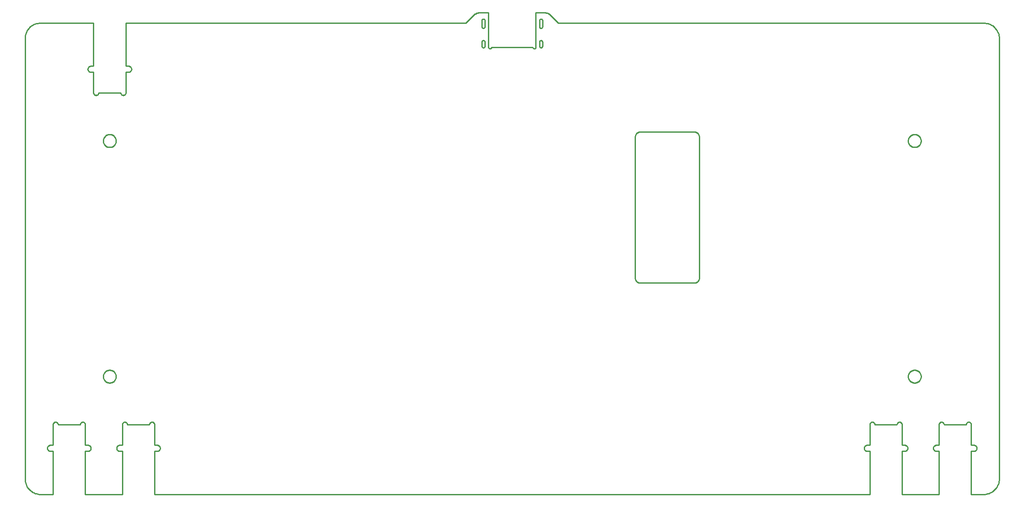
<source format=gbr>
G04 EAGLE Gerber RS-274X export*
G75*
%MOMM*%
%FSLAX34Y34*%
%LPD*%
%IN*%
%IPPOS*%
%AMOC8*
5,1,8,0,0,1.08239X$1,22.5*%
G01*
%ADD10C,0.254000*%


D10*
X-950000Y-430000D02*
X-949886Y-432615D01*
X-949544Y-435209D01*
X-948978Y-437765D01*
X-948191Y-440261D01*
X-947189Y-442679D01*
X-945981Y-445000D01*
X-944575Y-447207D01*
X-942981Y-449284D01*
X-941213Y-451213D01*
X-939284Y-452981D01*
X-937207Y-454575D01*
X-935000Y-455981D01*
X-932679Y-457189D01*
X-930261Y-458191D01*
X-927765Y-458978D01*
X-925209Y-459544D01*
X-922615Y-459886D01*
X-920000Y-460000D01*
X-895500Y-460000D01*
X-895500Y-376000D01*
X-900500Y-376000D01*
X-901023Y-375977D01*
X-901542Y-375909D01*
X-902053Y-375796D01*
X-902552Y-375638D01*
X-903036Y-375438D01*
X-903500Y-375196D01*
X-903941Y-374915D01*
X-904357Y-374596D01*
X-904743Y-374243D01*
X-905096Y-373857D01*
X-905415Y-373441D01*
X-905696Y-373000D01*
X-905938Y-372536D01*
X-906138Y-372052D01*
X-906296Y-371553D01*
X-906409Y-371042D01*
X-906477Y-370523D01*
X-906500Y-370000D01*
X-906477Y-369477D01*
X-906409Y-368958D01*
X-906296Y-368447D01*
X-906138Y-367948D01*
X-905938Y-367464D01*
X-905696Y-367000D01*
X-905415Y-366559D01*
X-905096Y-366143D01*
X-904743Y-365757D01*
X-904357Y-365404D01*
X-903941Y-365085D01*
X-903500Y-364804D01*
X-903036Y-364562D01*
X-902552Y-364362D01*
X-902053Y-364204D01*
X-901542Y-364091D01*
X-901023Y-364023D01*
X-900500Y-364000D01*
X-895500Y-364000D01*
X-895500Y-324000D01*
X-895481Y-323564D01*
X-895424Y-323132D01*
X-895330Y-322706D01*
X-895198Y-322290D01*
X-895032Y-321887D01*
X-894830Y-321500D01*
X-894596Y-321132D01*
X-894330Y-320786D01*
X-894036Y-320464D01*
X-893714Y-320170D01*
X-893368Y-319904D01*
X-893000Y-319670D01*
X-892613Y-319468D01*
X-892210Y-319302D01*
X-891794Y-319170D01*
X-891368Y-319076D01*
X-890936Y-319019D01*
X-890500Y-319000D01*
X-890064Y-319019D01*
X-889632Y-319076D01*
X-889206Y-319170D01*
X-888790Y-319302D01*
X-888387Y-319468D01*
X-888000Y-319670D01*
X-887632Y-319904D01*
X-887286Y-320170D01*
X-886964Y-320464D01*
X-886670Y-320786D01*
X-886404Y-321132D01*
X-886170Y-321500D01*
X-885968Y-321887D01*
X-885802Y-322290D01*
X-885670Y-322706D01*
X-885576Y-323132D01*
X-885519Y-323564D01*
X-885500Y-324000D01*
X-842500Y-324000D01*
X-842481Y-323564D01*
X-842424Y-323132D01*
X-842330Y-322706D01*
X-842198Y-322290D01*
X-842032Y-321887D01*
X-841830Y-321500D01*
X-841596Y-321132D01*
X-841330Y-320786D01*
X-841036Y-320464D01*
X-840714Y-320170D01*
X-840368Y-319904D01*
X-840000Y-319670D01*
X-839613Y-319468D01*
X-839210Y-319302D01*
X-838794Y-319170D01*
X-838368Y-319076D01*
X-837936Y-319019D01*
X-837500Y-319000D01*
X-837064Y-319019D01*
X-836632Y-319076D01*
X-836206Y-319170D01*
X-835790Y-319302D01*
X-835387Y-319468D01*
X-835000Y-319670D01*
X-834632Y-319904D01*
X-834286Y-320170D01*
X-833964Y-320464D01*
X-833670Y-320786D01*
X-833404Y-321132D01*
X-833170Y-321500D01*
X-832968Y-321887D01*
X-832802Y-322290D01*
X-832670Y-322706D01*
X-832576Y-323132D01*
X-832519Y-323564D01*
X-832500Y-324000D01*
X-832500Y-364000D01*
X-827500Y-364000D01*
X-826977Y-364023D01*
X-826458Y-364091D01*
X-825947Y-364204D01*
X-825448Y-364362D01*
X-824964Y-364562D01*
X-824500Y-364804D01*
X-824059Y-365085D01*
X-823643Y-365404D01*
X-823257Y-365757D01*
X-822904Y-366143D01*
X-822585Y-366559D01*
X-822304Y-367000D01*
X-822062Y-367464D01*
X-821862Y-367948D01*
X-821704Y-368447D01*
X-821591Y-368958D01*
X-821523Y-369477D01*
X-821500Y-370000D01*
X-821523Y-370523D01*
X-821591Y-371042D01*
X-821704Y-371553D01*
X-821862Y-372052D01*
X-822062Y-372536D01*
X-822304Y-373000D01*
X-822585Y-373441D01*
X-822904Y-373857D01*
X-823257Y-374243D01*
X-823643Y-374596D01*
X-824059Y-374915D01*
X-824500Y-375196D01*
X-824964Y-375438D01*
X-825448Y-375638D01*
X-825947Y-375796D01*
X-826458Y-375909D01*
X-826977Y-375977D01*
X-827500Y-376000D01*
X-832500Y-376000D01*
X-832500Y-460000D01*
X-760500Y-460000D01*
X-760500Y-376000D01*
X-765500Y-376000D01*
X-766023Y-375977D01*
X-766542Y-375909D01*
X-767053Y-375796D01*
X-767552Y-375638D01*
X-768036Y-375438D01*
X-768500Y-375196D01*
X-768941Y-374915D01*
X-769357Y-374596D01*
X-769743Y-374243D01*
X-770096Y-373857D01*
X-770415Y-373441D01*
X-770696Y-373000D01*
X-770938Y-372536D01*
X-771138Y-372052D01*
X-771296Y-371553D01*
X-771409Y-371042D01*
X-771477Y-370523D01*
X-771500Y-370000D01*
X-771477Y-369477D01*
X-771409Y-368958D01*
X-771296Y-368447D01*
X-771138Y-367948D01*
X-770938Y-367464D01*
X-770696Y-367000D01*
X-770415Y-366559D01*
X-770096Y-366143D01*
X-769743Y-365757D01*
X-769357Y-365404D01*
X-768941Y-365085D01*
X-768500Y-364804D01*
X-768036Y-364562D01*
X-767552Y-364362D01*
X-767053Y-364204D01*
X-766542Y-364091D01*
X-766023Y-364023D01*
X-765500Y-364000D01*
X-760500Y-364000D01*
X-760500Y-324000D01*
X-760481Y-323564D01*
X-760424Y-323132D01*
X-760330Y-322706D01*
X-760198Y-322290D01*
X-760032Y-321887D01*
X-759830Y-321500D01*
X-759596Y-321132D01*
X-759330Y-320786D01*
X-759036Y-320464D01*
X-758714Y-320170D01*
X-758368Y-319904D01*
X-758000Y-319670D01*
X-757613Y-319468D01*
X-757210Y-319302D01*
X-756794Y-319170D01*
X-756368Y-319076D01*
X-755936Y-319019D01*
X-755500Y-319000D01*
X-755064Y-319019D01*
X-754632Y-319076D01*
X-754206Y-319170D01*
X-753790Y-319302D01*
X-753387Y-319468D01*
X-753000Y-319670D01*
X-752632Y-319904D01*
X-752286Y-320170D01*
X-751964Y-320464D01*
X-751670Y-320786D01*
X-751404Y-321132D01*
X-751170Y-321500D01*
X-750968Y-321887D01*
X-750802Y-322290D01*
X-750670Y-322706D01*
X-750576Y-323132D01*
X-750519Y-323564D01*
X-750500Y-324000D01*
X-707500Y-324000D01*
X-707481Y-323564D01*
X-707424Y-323132D01*
X-707330Y-322706D01*
X-707198Y-322290D01*
X-707032Y-321887D01*
X-706830Y-321500D01*
X-706596Y-321132D01*
X-706330Y-320786D01*
X-706036Y-320464D01*
X-705714Y-320170D01*
X-705368Y-319904D01*
X-705000Y-319670D01*
X-704613Y-319468D01*
X-704210Y-319302D01*
X-703794Y-319170D01*
X-703368Y-319076D01*
X-702936Y-319019D01*
X-702500Y-319000D01*
X-702064Y-319019D01*
X-701632Y-319076D01*
X-701206Y-319170D01*
X-700790Y-319302D01*
X-700387Y-319468D01*
X-700000Y-319670D01*
X-699632Y-319904D01*
X-699286Y-320170D01*
X-698964Y-320464D01*
X-698670Y-320786D01*
X-698404Y-321132D01*
X-698170Y-321500D01*
X-697968Y-321887D01*
X-697802Y-322290D01*
X-697670Y-322706D01*
X-697576Y-323132D01*
X-697519Y-323564D01*
X-697500Y-324000D01*
X-697500Y-364000D01*
X-692500Y-364000D01*
X-691977Y-364023D01*
X-691458Y-364091D01*
X-690947Y-364204D01*
X-690448Y-364362D01*
X-689964Y-364562D01*
X-689500Y-364804D01*
X-689059Y-365085D01*
X-688643Y-365404D01*
X-688257Y-365757D01*
X-687904Y-366143D01*
X-687585Y-366559D01*
X-687304Y-367000D01*
X-687062Y-367464D01*
X-686862Y-367948D01*
X-686704Y-368447D01*
X-686591Y-368958D01*
X-686523Y-369477D01*
X-686500Y-370000D01*
X-686523Y-370523D01*
X-686591Y-371042D01*
X-686704Y-371553D01*
X-686862Y-372052D01*
X-687062Y-372536D01*
X-687304Y-373000D01*
X-687585Y-373441D01*
X-687904Y-373857D01*
X-688257Y-374243D01*
X-688643Y-374596D01*
X-689059Y-374915D01*
X-689500Y-375196D01*
X-689964Y-375438D01*
X-690448Y-375638D01*
X-690947Y-375796D01*
X-691458Y-375909D01*
X-691977Y-375977D01*
X-692500Y-376000D01*
X-697500Y-376000D01*
X-697500Y-460000D01*
X697500Y-460000D01*
X697500Y-376000D01*
X692500Y-376000D01*
X691977Y-375977D01*
X691458Y-375909D01*
X690947Y-375796D01*
X690448Y-375638D01*
X689964Y-375438D01*
X689500Y-375196D01*
X689059Y-374915D01*
X688643Y-374596D01*
X688257Y-374243D01*
X687904Y-373857D01*
X687585Y-373441D01*
X687304Y-373000D01*
X687062Y-372536D01*
X686862Y-372052D01*
X686704Y-371553D01*
X686591Y-371042D01*
X686523Y-370523D01*
X686500Y-370000D01*
X686523Y-369477D01*
X686591Y-368958D01*
X686704Y-368447D01*
X686862Y-367948D01*
X687062Y-367464D01*
X687304Y-367000D01*
X687585Y-366559D01*
X687904Y-366143D01*
X688257Y-365757D01*
X688643Y-365404D01*
X689059Y-365085D01*
X689500Y-364804D01*
X689964Y-364562D01*
X690448Y-364362D01*
X690947Y-364204D01*
X691458Y-364091D01*
X691977Y-364023D01*
X692500Y-364000D01*
X697500Y-364000D01*
X697500Y-324000D01*
X697519Y-323564D01*
X697576Y-323132D01*
X697670Y-322706D01*
X697802Y-322290D01*
X697968Y-321887D01*
X698170Y-321500D01*
X698404Y-321132D01*
X698670Y-320786D01*
X698964Y-320464D01*
X699286Y-320170D01*
X699632Y-319904D01*
X700000Y-319670D01*
X700387Y-319468D01*
X700790Y-319302D01*
X701206Y-319170D01*
X701632Y-319076D01*
X702064Y-319019D01*
X702500Y-319000D01*
X702936Y-319019D01*
X703368Y-319076D01*
X703794Y-319170D01*
X704210Y-319302D01*
X704613Y-319468D01*
X705000Y-319670D01*
X705368Y-319904D01*
X705714Y-320170D01*
X706036Y-320464D01*
X706330Y-320786D01*
X706596Y-321132D01*
X706830Y-321500D01*
X707032Y-321887D01*
X707198Y-322290D01*
X707330Y-322706D01*
X707424Y-323132D01*
X707481Y-323564D01*
X707500Y-324000D01*
X750500Y-324000D01*
X750519Y-323564D01*
X750576Y-323132D01*
X750670Y-322706D01*
X750802Y-322290D01*
X750968Y-321887D01*
X751170Y-321500D01*
X751404Y-321132D01*
X751670Y-320786D01*
X751964Y-320464D01*
X752286Y-320170D01*
X752632Y-319904D01*
X753000Y-319670D01*
X753387Y-319468D01*
X753790Y-319302D01*
X754206Y-319170D01*
X754632Y-319076D01*
X755064Y-319019D01*
X755500Y-319000D01*
X755936Y-319019D01*
X756368Y-319076D01*
X756794Y-319170D01*
X757210Y-319302D01*
X757613Y-319468D01*
X758000Y-319670D01*
X758368Y-319904D01*
X758714Y-320170D01*
X759036Y-320464D01*
X759330Y-320786D01*
X759596Y-321132D01*
X759830Y-321500D01*
X760032Y-321887D01*
X760198Y-322290D01*
X760330Y-322706D01*
X760424Y-323132D01*
X760481Y-323564D01*
X760500Y-324000D01*
X760500Y-364000D01*
X765500Y-364000D01*
X766023Y-364023D01*
X766542Y-364091D01*
X767053Y-364204D01*
X767552Y-364362D01*
X768036Y-364562D01*
X768500Y-364804D01*
X768941Y-365085D01*
X769357Y-365404D01*
X769743Y-365757D01*
X770096Y-366143D01*
X770415Y-366559D01*
X770696Y-367000D01*
X770938Y-367464D01*
X771138Y-367948D01*
X771296Y-368447D01*
X771409Y-368958D01*
X771477Y-369477D01*
X771500Y-370000D01*
X771477Y-370523D01*
X771409Y-371042D01*
X771296Y-371553D01*
X771138Y-372052D01*
X770938Y-372536D01*
X770696Y-373000D01*
X770415Y-373441D01*
X770096Y-373857D01*
X769743Y-374243D01*
X769357Y-374596D01*
X768941Y-374915D01*
X768500Y-375196D01*
X768036Y-375438D01*
X767552Y-375638D01*
X767053Y-375796D01*
X766542Y-375909D01*
X766023Y-375977D01*
X765500Y-376000D01*
X760500Y-376000D01*
X760500Y-460000D01*
X832500Y-460000D01*
X832500Y-376000D01*
X827500Y-376000D01*
X826977Y-375977D01*
X826458Y-375909D01*
X825947Y-375796D01*
X825448Y-375638D01*
X824964Y-375438D01*
X824500Y-375196D01*
X824059Y-374915D01*
X823643Y-374596D01*
X823257Y-374243D01*
X822904Y-373857D01*
X822585Y-373441D01*
X822304Y-373000D01*
X822062Y-372536D01*
X821862Y-372052D01*
X821704Y-371553D01*
X821591Y-371042D01*
X821523Y-370523D01*
X821500Y-370000D01*
X821523Y-369477D01*
X821591Y-368958D01*
X821704Y-368447D01*
X821862Y-367948D01*
X822062Y-367464D01*
X822304Y-367000D01*
X822585Y-366559D01*
X822904Y-366143D01*
X823257Y-365757D01*
X823643Y-365404D01*
X824059Y-365085D01*
X824500Y-364804D01*
X824964Y-364562D01*
X825448Y-364362D01*
X825947Y-364204D01*
X826458Y-364091D01*
X826977Y-364023D01*
X827500Y-364000D01*
X832500Y-364000D01*
X832500Y-324000D01*
X832519Y-323564D01*
X832576Y-323132D01*
X832670Y-322706D01*
X832802Y-322290D01*
X832968Y-321887D01*
X833170Y-321500D01*
X833404Y-321132D01*
X833670Y-320786D01*
X833964Y-320464D01*
X834286Y-320170D01*
X834632Y-319904D01*
X835000Y-319670D01*
X835387Y-319468D01*
X835790Y-319302D01*
X836206Y-319170D01*
X836632Y-319076D01*
X837064Y-319019D01*
X837500Y-319000D01*
X837936Y-319019D01*
X838368Y-319076D01*
X838794Y-319170D01*
X839210Y-319302D01*
X839613Y-319468D01*
X840000Y-319670D01*
X840368Y-319904D01*
X840714Y-320170D01*
X841036Y-320464D01*
X841330Y-320786D01*
X841596Y-321132D01*
X841830Y-321500D01*
X842032Y-321887D01*
X842198Y-322290D01*
X842330Y-322706D01*
X842424Y-323132D01*
X842481Y-323564D01*
X842500Y-324000D01*
X885500Y-324000D01*
X885519Y-323564D01*
X885576Y-323132D01*
X885670Y-322706D01*
X885802Y-322290D01*
X885968Y-321887D01*
X886170Y-321500D01*
X886404Y-321132D01*
X886670Y-320786D01*
X886964Y-320464D01*
X887286Y-320170D01*
X887632Y-319904D01*
X888000Y-319670D01*
X888387Y-319468D01*
X888790Y-319302D01*
X889206Y-319170D01*
X889632Y-319076D01*
X890064Y-319019D01*
X890500Y-319000D01*
X890936Y-319019D01*
X891368Y-319076D01*
X891794Y-319170D01*
X892210Y-319302D01*
X892613Y-319468D01*
X893000Y-319670D01*
X893368Y-319904D01*
X893714Y-320170D01*
X894036Y-320464D01*
X894330Y-320786D01*
X894596Y-321132D01*
X894830Y-321500D01*
X895032Y-321887D01*
X895198Y-322290D01*
X895330Y-322706D01*
X895424Y-323132D01*
X895481Y-323564D01*
X895500Y-324000D01*
X895500Y-364000D01*
X900500Y-364000D01*
X901023Y-364023D01*
X901542Y-364091D01*
X902053Y-364204D01*
X902552Y-364362D01*
X903036Y-364562D01*
X903500Y-364804D01*
X903941Y-365085D01*
X904357Y-365404D01*
X904743Y-365757D01*
X905096Y-366143D01*
X905415Y-366559D01*
X905696Y-367000D01*
X905938Y-367464D01*
X906138Y-367948D01*
X906296Y-368447D01*
X906409Y-368958D01*
X906477Y-369477D01*
X906500Y-370000D01*
X906477Y-370523D01*
X906409Y-371042D01*
X906296Y-371553D01*
X906138Y-372052D01*
X905938Y-372536D01*
X905696Y-373000D01*
X905415Y-373441D01*
X905096Y-373857D01*
X904743Y-374243D01*
X904357Y-374596D01*
X903941Y-374915D01*
X903500Y-375196D01*
X903036Y-375438D01*
X902552Y-375638D01*
X902053Y-375796D01*
X901542Y-375909D01*
X901023Y-375977D01*
X900500Y-376000D01*
X895500Y-376000D01*
X895500Y-460000D01*
X920000Y-460000D01*
X922615Y-459886D01*
X925209Y-459544D01*
X927765Y-458978D01*
X930261Y-458191D01*
X932679Y-457189D01*
X935000Y-455981D01*
X937207Y-454575D01*
X939284Y-452981D01*
X941213Y-451213D01*
X942981Y-449284D01*
X944575Y-447207D01*
X945981Y-445000D01*
X947189Y-442679D01*
X948191Y-440261D01*
X948978Y-437765D01*
X949544Y-435209D01*
X949886Y-432615D01*
X950000Y-430000D01*
X950000Y430000D01*
X949886Y432615D01*
X949544Y435209D01*
X948978Y437765D01*
X948191Y440261D01*
X947189Y442679D01*
X945981Y445000D01*
X944575Y447207D01*
X942981Y449284D01*
X941213Y451213D01*
X939284Y452981D01*
X937207Y454575D01*
X935000Y455981D01*
X932679Y457189D01*
X930261Y458191D01*
X927765Y458978D01*
X925209Y459544D01*
X922615Y459886D01*
X920000Y460000D01*
X90000Y460000D01*
X74121Y475879D01*
X73216Y476708D01*
X72242Y477455D01*
X71207Y478115D01*
X70118Y478682D01*
X68984Y479151D01*
X67813Y479521D01*
X66615Y479786D01*
X65398Y479946D01*
X64172Y480000D01*
X46200Y480000D01*
X46200Y413000D01*
X46191Y412736D01*
X46158Y412475D01*
X46103Y412217D01*
X46026Y411965D01*
X45927Y411720D01*
X45807Y411485D01*
X45667Y411262D01*
X45508Y411051D01*
X45331Y410856D01*
X45138Y410676D01*
X44930Y410514D01*
X44709Y410370D01*
X44476Y410247D01*
X44233Y410144D01*
X43982Y410063D01*
X43725Y410004D01*
X43464Y409967D01*
X43200Y409954D01*
X42937Y409967D01*
X42676Y410004D01*
X42419Y410063D01*
X42168Y410144D01*
X41925Y410247D01*
X41692Y410370D01*
X41471Y410514D01*
X41263Y410676D01*
X41070Y410856D01*
X40893Y411051D01*
X40734Y411262D01*
X40594Y411485D01*
X40474Y411720D01*
X40375Y411965D01*
X40298Y412217D01*
X40243Y412475D01*
X40210Y412736D01*
X40201Y413000D01*
X-40201Y413000D01*
X-40210Y412736D01*
X-40243Y412475D01*
X-40298Y412217D01*
X-40375Y411965D01*
X-40474Y411720D01*
X-40594Y411485D01*
X-40734Y411262D01*
X-40893Y411051D01*
X-41070Y410856D01*
X-41263Y410676D01*
X-41471Y410514D01*
X-41692Y410370D01*
X-41925Y410247D01*
X-42168Y410144D01*
X-42419Y410063D01*
X-42676Y410004D01*
X-42937Y409967D01*
X-43200Y409954D01*
X-43464Y409967D01*
X-43725Y410004D01*
X-43982Y410063D01*
X-44233Y410144D01*
X-44476Y410247D01*
X-44709Y410370D01*
X-44930Y410514D01*
X-45138Y410676D01*
X-45331Y410856D01*
X-45508Y411051D01*
X-45667Y411262D01*
X-45807Y411485D01*
X-45927Y411720D01*
X-46026Y411965D01*
X-46103Y412217D01*
X-46158Y412475D01*
X-46191Y412736D01*
X-46200Y413000D01*
X-46200Y480000D01*
X-64172Y480000D01*
X-65398Y479946D01*
X-66615Y479786D01*
X-67813Y479521D01*
X-68984Y479151D01*
X-70118Y478682D01*
X-71207Y478115D01*
X-72242Y477455D01*
X-73216Y476708D01*
X-74121Y475879D01*
X-90000Y460000D01*
X-753500Y460000D01*
X-753500Y376000D01*
X-748500Y376000D01*
X-747977Y375977D01*
X-747458Y375909D01*
X-746947Y375796D01*
X-746448Y375638D01*
X-745964Y375438D01*
X-745500Y375196D01*
X-745059Y374915D01*
X-744643Y374596D01*
X-744257Y374243D01*
X-743904Y373857D01*
X-743585Y373441D01*
X-743304Y373000D01*
X-743062Y372536D01*
X-742862Y372052D01*
X-742704Y371553D01*
X-742591Y371042D01*
X-742523Y370523D01*
X-742500Y370000D01*
X-742523Y369477D01*
X-742591Y368958D01*
X-742704Y368447D01*
X-742862Y367948D01*
X-743062Y367464D01*
X-743304Y367000D01*
X-743585Y366559D01*
X-743904Y366143D01*
X-744257Y365757D01*
X-744643Y365404D01*
X-745059Y365085D01*
X-745500Y364804D01*
X-745964Y364562D01*
X-746448Y364362D01*
X-746947Y364204D01*
X-747458Y364091D01*
X-747977Y364023D01*
X-748500Y364000D01*
X-753500Y364000D01*
X-753500Y324000D01*
X-753519Y323564D01*
X-753576Y323132D01*
X-753670Y322706D01*
X-753802Y322290D01*
X-753968Y321887D01*
X-754170Y321500D01*
X-754404Y321132D01*
X-754670Y320786D01*
X-754964Y320464D01*
X-755286Y320170D01*
X-755632Y319904D01*
X-756000Y319670D01*
X-756387Y319468D01*
X-756790Y319302D01*
X-757206Y319170D01*
X-757632Y319076D01*
X-758064Y319019D01*
X-758500Y319000D01*
X-758936Y319019D01*
X-759368Y319076D01*
X-759794Y319170D01*
X-760210Y319302D01*
X-760613Y319468D01*
X-761000Y319670D01*
X-761368Y319904D01*
X-761714Y320170D01*
X-762036Y320464D01*
X-762330Y320786D01*
X-762596Y321132D01*
X-762830Y321500D01*
X-763032Y321887D01*
X-763198Y322290D01*
X-763330Y322706D01*
X-763424Y323132D01*
X-763481Y323564D01*
X-763500Y324000D01*
X-806500Y324000D01*
X-806519Y323564D01*
X-806576Y323132D01*
X-806670Y322706D01*
X-806802Y322290D01*
X-806968Y321887D01*
X-807170Y321500D01*
X-807404Y321132D01*
X-807670Y320786D01*
X-807964Y320464D01*
X-808286Y320170D01*
X-808632Y319904D01*
X-809000Y319670D01*
X-809387Y319468D01*
X-809790Y319302D01*
X-810206Y319170D01*
X-810632Y319076D01*
X-811064Y319019D01*
X-811500Y319000D01*
X-811936Y319019D01*
X-812368Y319076D01*
X-812794Y319170D01*
X-813210Y319302D01*
X-813613Y319468D01*
X-814000Y319670D01*
X-814368Y319904D01*
X-814714Y320170D01*
X-815036Y320464D01*
X-815330Y320786D01*
X-815596Y321132D01*
X-815830Y321500D01*
X-816032Y321887D01*
X-816198Y322290D01*
X-816330Y322706D01*
X-816424Y323132D01*
X-816481Y323564D01*
X-816500Y324000D01*
X-816500Y364000D01*
X-821500Y364000D01*
X-822023Y364023D01*
X-822542Y364091D01*
X-823053Y364204D01*
X-823552Y364362D01*
X-824036Y364562D01*
X-824500Y364804D01*
X-824941Y365085D01*
X-825357Y365404D01*
X-825743Y365757D01*
X-826096Y366143D01*
X-826415Y366559D01*
X-826696Y367000D01*
X-826938Y367464D01*
X-827138Y367948D01*
X-827296Y368447D01*
X-827409Y368958D01*
X-827477Y369477D01*
X-827500Y370000D01*
X-827477Y370523D01*
X-827409Y371042D01*
X-827296Y371553D01*
X-827138Y372052D01*
X-826938Y372536D01*
X-826696Y373000D01*
X-826415Y373441D01*
X-826096Y373857D01*
X-825743Y374243D01*
X-825357Y374596D01*
X-824941Y374915D01*
X-824500Y375196D01*
X-824036Y375438D01*
X-823552Y375638D01*
X-823053Y375796D01*
X-822542Y375909D01*
X-822023Y375977D01*
X-821500Y376000D01*
X-816500Y376000D01*
X-816500Y460000D01*
X-920000Y460000D01*
X-922615Y459886D01*
X-925209Y459544D01*
X-927765Y458978D01*
X-930261Y458191D01*
X-932679Y457189D01*
X-935000Y455981D01*
X-937207Y454575D01*
X-939284Y452981D01*
X-941213Y451213D01*
X-942981Y449284D01*
X-944575Y447207D01*
X-945981Y445000D01*
X-947189Y442679D01*
X-948191Y440261D01*
X-948978Y437765D01*
X-949544Y435209D01*
X-949886Y432615D01*
X-950000Y430000D01*
X-950000Y-430000D01*
X-59200Y415000D02*
X-59189Y414739D01*
X-59154Y414479D01*
X-59098Y414224D01*
X-59019Y413974D01*
X-58919Y413732D01*
X-58798Y413500D01*
X-58657Y413279D01*
X-58498Y413072D01*
X-58321Y412879D01*
X-58128Y412702D01*
X-57921Y412543D01*
X-57700Y412402D01*
X-57468Y412281D01*
X-57226Y412181D01*
X-56976Y412102D01*
X-56721Y412046D01*
X-56461Y412011D01*
X-56200Y412000D01*
X-55939Y412011D01*
X-55679Y412046D01*
X-55424Y412102D01*
X-55174Y412181D01*
X-54932Y412281D01*
X-54700Y412402D01*
X-54479Y412543D01*
X-54272Y412702D01*
X-54079Y412879D01*
X-53902Y413072D01*
X-53743Y413279D01*
X-53602Y413500D01*
X-53481Y413732D01*
X-53381Y413974D01*
X-53302Y414224D01*
X-53246Y414479D01*
X-53211Y414739D01*
X-53200Y415000D01*
X-53200Y423000D01*
X-53211Y423261D01*
X-53246Y423521D01*
X-53302Y423776D01*
X-53381Y424026D01*
X-53481Y424268D01*
X-53602Y424500D01*
X-53743Y424721D01*
X-53902Y424928D01*
X-54079Y425121D01*
X-54272Y425298D01*
X-54479Y425457D01*
X-54700Y425598D01*
X-54932Y425719D01*
X-55174Y425819D01*
X-55424Y425898D01*
X-55679Y425954D01*
X-55939Y425989D01*
X-56200Y426000D01*
X-56461Y425989D01*
X-56721Y425954D01*
X-56976Y425898D01*
X-57226Y425819D01*
X-57468Y425719D01*
X-57700Y425598D01*
X-57921Y425457D01*
X-58128Y425298D01*
X-58321Y425121D01*
X-58498Y424928D01*
X-58657Y424721D01*
X-58798Y424500D01*
X-58919Y424268D01*
X-59019Y424026D01*
X-59098Y423776D01*
X-59154Y423521D01*
X-59189Y423261D01*
X-59200Y423000D01*
X-59200Y415000D01*
X53200Y415000D02*
X53211Y414739D01*
X53246Y414479D01*
X53302Y414224D01*
X53381Y413974D01*
X53481Y413732D01*
X53602Y413500D01*
X53743Y413279D01*
X53902Y413072D01*
X54079Y412879D01*
X54272Y412702D01*
X54479Y412543D01*
X54700Y412402D01*
X54932Y412281D01*
X55174Y412181D01*
X55424Y412102D01*
X55679Y412046D01*
X55939Y412011D01*
X56200Y412000D01*
X56461Y412011D01*
X56721Y412046D01*
X56976Y412102D01*
X57226Y412181D01*
X57468Y412281D01*
X57700Y412402D01*
X57921Y412543D01*
X58128Y412702D01*
X58321Y412879D01*
X58498Y413072D01*
X58657Y413279D01*
X58798Y413500D01*
X58919Y413732D01*
X59019Y413974D01*
X59098Y414224D01*
X59154Y414479D01*
X59189Y414739D01*
X59200Y415000D01*
X59200Y423000D01*
X59189Y423261D01*
X59154Y423521D01*
X59098Y423776D01*
X59019Y424026D01*
X58919Y424268D01*
X58798Y424500D01*
X58657Y424721D01*
X58498Y424928D01*
X58321Y425121D01*
X58128Y425298D01*
X57921Y425457D01*
X57700Y425598D01*
X57468Y425719D01*
X57226Y425819D01*
X56976Y425898D01*
X56721Y425954D01*
X56461Y425989D01*
X56200Y426000D01*
X55939Y425989D01*
X55679Y425954D01*
X55424Y425898D01*
X55174Y425819D01*
X54932Y425719D01*
X54700Y425598D01*
X54479Y425457D01*
X54272Y425298D01*
X54079Y425121D01*
X53902Y424928D01*
X53743Y424721D01*
X53602Y424500D01*
X53481Y424268D01*
X53381Y424026D01*
X53302Y423776D01*
X53246Y423521D01*
X53211Y423261D01*
X53200Y423000D01*
X53200Y415000D01*
X53200Y453000D02*
X53211Y452739D01*
X53246Y452479D01*
X53302Y452224D01*
X53381Y451974D01*
X53481Y451732D01*
X53602Y451500D01*
X53743Y451279D01*
X53902Y451072D01*
X54079Y450879D01*
X54272Y450702D01*
X54479Y450543D01*
X54700Y450402D01*
X54932Y450281D01*
X55174Y450181D01*
X55424Y450102D01*
X55679Y450046D01*
X55939Y450011D01*
X56200Y450000D01*
X56461Y450011D01*
X56721Y450046D01*
X56976Y450102D01*
X57226Y450181D01*
X57468Y450281D01*
X57700Y450402D01*
X57921Y450543D01*
X58128Y450702D01*
X58321Y450879D01*
X58498Y451072D01*
X58657Y451279D01*
X58798Y451500D01*
X58919Y451732D01*
X59019Y451974D01*
X59098Y452224D01*
X59154Y452479D01*
X59189Y452739D01*
X59200Y453000D01*
X59200Y465000D01*
X59189Y465261D01*
X59154Y465521D01*
X59098Y465776D01*
X59019Y466026D01*
X58919Y466268D01*
X58798Y466500D01*
X58657Y466721D01*
X58498Y466928D01*
X58321Y467121D01*
X58128Y467298D01*
X57921Y467457D01*
X57700Y467598D01*
X57468Y467719D01*
X57226Y467819D01*
X56976Y467898D01*
X56721Y467954D01*
X56461Y467989D01*
X56200Y468000D01*
X55939Y467989D01*
X55679Y467954D01*
X55424Y467898D01*
X55174Y467819D01*
X54932Y467719D01*
X54700Y467598D01*
X54479Y467457D01*
X54272Y467298D01*
X54079Y467121D01*
X53902Y466928D01*
X53743Y466721D01*
X53602Y466500D01*
X53481Y466268D01*
X53381Y466026D01*
X53302Y465776D01*
X53246Y465521D01*
X53211Y465261D01*
X53200Y465000D01*
X53200Y453000D01*
X-59200Y453000D02*
X-59189Y452739D01*
X-59154Y452479D01*
X-59098Y452224D01*
X-59019Y451974D01*
X-58919Y451732D01*
X-58798Y451500D01*
X-58657Y451279D01*
X-58498Y451072D01*
X-58321Y450879D01*
X-58128Y450702D01*
X-57921Y450543D01*
X-57700Y450402D01*
X-57468Y450281D01*
X-57226Y450181D01*
X-56976Y450102D01*
X-56721Y450046D01*
X-56461Y450011D01*
X-56200Y450000D01*
X-55939Y450011D01*
X-55679Y450046D01*
X-55424Y450102D01*
X-55174Y450181D01*
X-54932Y450281D01*
X-54700Y450402D01*
X-54479Y450543D01*
X-54272Y450702D01*
X-54079Y450879D01*
X-53902Y451072D01*
X-53743Y451279D01*
X-53602Y451500D01*
X-53481Y451732D01*
X-53381Y451974D01*
X-53302Y452224D01*
X-53246Y452479D01*
X-53211Y452739D01*
X-53200Y453000D01*
X-53200Y465000D01*
X-53211Y465261D01*
X-53246Y465521D01*
X-53302Y465776D01*
X-53381Y466026D01*
X-53481Y466268D01*
X-53602Y466500D01*
X-53743Y466721D01*
X-53902Y466928D01*
X-54079Y467121D01*
X-54272Y467298D01*
X-54479Y467457D01*
X-54700Y467598D01*
X-54932Y467719D01*
X-55174Y467819D01*
X-55424Y467898D01*
X-55679Y467954D01*
X-55939Y467989D01*
X-56200Y468000D01*
X-56461Y467989D01*
X-56721Y467954D01*
X-56976Y467898D01*
X-57226Y467819D01*
X-57468Y467719D01*
X-57700Y467598D01*
X-57921Y467457D01*
X-58128Y467298D01*
X-58321Y467121D01*
X-58498Y466928D01*
X-58657Y466721D01*
X-58798Y466500D01*
X-58919Y466268D01*
X-59019Y466026D01*
X-59098Y465776D01*
X-59154Y465521D01*
X-59189Y465261D01*
X-59200Y465000D01*
X-59200Y453000D01*
X240000Y-37500D02*
X240038Y-38372D01*
X240152Y-39236D01*
X240341Y-40088D01*
X240603Y-40920D01*
X240937Y-41726D01*
X241340Y-42500D01*
X241808Y-43236D01*
X242340Y-43928D01*
X242929Y-44571D01*
X243572Y-45160D01*
X244264Y-45692D01*
X245000Y-46160D01*
X245774Y-46563D01*
X246580Y-46897D01*
X247412Y-47159D01*
X248264Y-47348D01*
X249128Y-47462D01*
X250000Y-47500D01*
X355000Y-47500D01*
X355872Y-47462D01*
X356736Y-47348D01*
X357588Y-47159D01*
X358420Y-46897D01*
X359226Y-46563D01*
X360000Y-46160D01*
X360736Y-45692D01*
X361428Y-45160D01*
X362071Y-44571D01*
X362660Y-43928D01*
X363192Y-43236D01*
X363660Y-42500D01*
X364063Y-41726D01*
X364397Y-40920D01*
X364659Y-40088D01*
X364848Y-39236D01*
X364962Y-38372D01*
X365000Y-37500D01*
X365000Y237500D01*
X364962Y238372D01*
X364848Y239236D01*
X364659Y240088D01*
X364397Y240920D01*
X364063Y241726D01*
X363660Y242500D01*
X363192Y243236D01*
X362660Y243928D01*
X362071Y244571D01*
X361428Y245160D01*
X360736Y245692D01*
X360000Y246160D01*
X359226Y246563D01*
X358420Y246897D01*
X357588Y247159D01*
X356736Y247348D01*
X355872Y247462D01*
X355000Y247500D01*
X250000Y247500D01*
X249128Y247462D01*
X248264Y247348D01*
X247412Y247159D01*
X246580Y246897D01*
X245774Y246563D01*
X245000Y246160D01*
X244264Y245692D01*
X243572Y245160D01*
X242929Y244571D01*
X242340Y243928D01*
X241808Y243236D01*
X241340Y242500D01*
X240937Y241726D01*
X240603Y240920D01*
X240341Y240088D01*
X240152Y239236D01*
X240038Y238372D01*
X240000Y237500D01*
X240000Y-37500D01*
X797500Y229509D02*
X797423Y228530D01*
X797269Y227560D01*
X797040Y226604D01*
X796736Y225670D01*
X796361Y224763D01*
X795915Y223888D01*
X795401Y223050D01*
X794824Y222255D01*
X794186Y221508D01*
X793492Y220814D01*
X792745Y220176D01*
X791950Y219599D01*
X791112Y219085D01*
X790237Y218639D01*
X789330Y218264D01*
X788396Y217960D01*
X787441Y217731D01*
X786470Y217577D01*
X785491Y217500D01*
X784509Y217500D01*
X783530Y217577D01*
X782560Y217731D01*
X781604Y217960D01*
X780670Y218264D01*
X779763Y218639D01*
X778888Y219085D01*
X778050Y219599D01*
X777255Y220176D01*
X776508Y220814D01*
X775814Y221508D01*
X775176Y222255D01*
X774599Y223050D01*
X774085Y223888D01*
X773639Y224763D01*
X773264Y225670D01*
X772960Y226604D01*
X772731Y227560D01*
X772577Y228530D01*
X772500Y229509D01*
X772500Y230491D01*
X772577Y231470D01*
X772731Y232441D01*
X772960Y233396D01*
X773264Y234330D01*
X773639Y235237D01*
X774085Y236112D01*
X774599Y236950D01*
X775176Y237745D01*
X775814Y238492D01*
X776508Y239186D01*
X777255Y239824D01*
X778050Y240401D01*
X778888Y240915D01*
X779763Y241361D01*
X780670Y241736D01*
X781604Y242040D01*
X782560Y242269D01*
X783530Y242423D01*
X784509Y242500D01*
X785491Y242500D01*
X786470Y242423D01*
X787441Y242269D01*
X788396Y242040D01*
X789330Y241736D01*
X790237Y241361D01*
X791112Y240915D01*
X791950Y240401D01*
X792745Y239824D01*
X793492Y239186D01*
X794186Y238492D01*
X794824Y237745D01*
X795401Y236950D01*
X795915Y236112D01*
X796361Y235237D01*
X796736Y234330D01*
X797040Y233396D01*
X797269Y232441D01*
X797423Y231470D01*
X797500Y230491D01*
X797500Y229509D01*
X-772500Y229509D02*
X-772577Y228530D01*
X-772731Y227560D01*
X-772960Y226604D01*
X-773264Y225670D01*
X-773639Y224763D01*
X-774085Y223888D01*
X-774599Y223050D01*
X-775176Y222255D01*
X-775814Y221508D01*
X-776508Y220814D01*
X-777255Y220176D01*
X-778050Y219599D01*
X-778888Y219085D01*
X-779763Y218639D01*
X-780670Y218264D01*
X-781604Y217960D01*
X-782560Y217731D01*
X-783530Y217577D01*
X-784509Y217500D01*
X-785491Y217500D01*
X-786470Y217577D01*
X-787441Y217731D01*
X-788396Y217960D01*
X-789330Y218264D01*
X-790237Y218639D01*
X-791112Y219085D01*
X-791950Y219599D01*
X-792745Y220176D01*
X-793492Y220814D01*
X-794186Y221508D01*
X-794824Y222255D01*
X-795401Y223050D01*
X-795915Y223888D01*
X-796361Y224763D01*
X-796736Y225670D01*
X-797040Y226604D01*
X-797269Y227560D01*
X-797423Y228530D01*
X-797500Y229509D01*
X-797500Y230491D01*
X-797423Y231470D01*
X-797269Y232441D01*
X-797040Y233396D01*
X-796736Y234330D01*
X-796361Y235237D01*
X-795915Y236112D01*
X-795401Y236950D01*
X-794824Y237745D01*
X-794186Y238492D01*
X-793492Y239186D01*
X-792745Y239824D01*
X-791950Y240401D01*
X-791112Y240915D01*
X-790237Y241361D01*
X-789330Y241736D01*
X-788396Y242040D01*
X-787441Y242269D01*
X-786470Y242423D01*
X-785491Y242500D01*
X-784509Y242500D01*
X-783530Y242423D01*
X-782560Y242269D01*
X-781604Y242040D01*
X-780670Y241736D01*
X-779763Y241361D01*
X-778888Y240915D01*
X-778050Y240401D01*
X-777255Y239824D01*
X-776508Y239186D01*
X-775814Y238492D01*
X-775176Y237745D01*
X-774599Y236950D01*
X-774085Y236112D01*
X-773639Y235237D01*
X-773264Y234330D01*
X-772960Y233396D01*
X-772731Y232441D01*
X-772577Y231470D01*
X-772500Y230491D01*
X-772500Y229509D01*
X797500Y-230491D02*
X797423Y-231470D01*
X797269Y-232441D01*
X797040Y-233396D01*
X796736Y-234330D01*
X796361Y-235237D01*
X795915Y-236112D01*
X795401Y-236950D01*
X794824Y-237745D01*
X794186Y-238492D01*
X793492Y-239186D01*
X792745Y-239824D01*
X791950Y-240401D01*
X791112Y-240915D01*
X790237Y-241361D01*
X789330Y-241736D01*
X788396Y-242040D01*
X787441Y-242269D01*
X786470Y-242423D01*
X785491Y-242500D01*
X784509Y-242500D01*
X783530Y-242423D01*
X782560Y-242269D01*
X781604Y-242040D01*
X780670Y-241736D01*
X779763Y-241361D01*
X778888Y-240915D01*
X778050Y-240401D01*
X777255Y-239824D01*
X776508Y-239186D01*
X775814Y-238492D01*
X775176Y-237745D01*
X774599Y-236950D01*
X774085Y-236112D01*
X773639Y-235237D01*
X773264Y-234330D01*
X772960Y-233396D01*
X772731Y-232441D01*
X772577Y-231470D01*
X772500Y-230491D01*
X772500Y-229509D01*
X772577Y-228530D01*
X772731Y-227560D01*
X772960Y-226604D01*
X773264Y-225670D01*
X773639Y-224763D01*
X774085Y-223888D01*
X774599Y-223050D01*
X775176Y-222255D01*
X775814Y-221508D01*
X776508Y-220814D01*
X777255Y-220176D01*
X778050Y-219599D01*
X778888Y-219085D01*
X779763Y-218639D01*
X780670Y-218264D01*
X781604Y-217960D01*
X782560Y-217731D01*
X783530Y-217577D01*
X784509Y-217500D01*
X785491Y-217500D01*
X786470Y-217577D01*
X787441Y-217731D01*
X788396Y-217960D01*
X789330Y-218264D01*
X790237Y-218639D01*
X791112Y-219085D01*
X791950Y-219599D01*
X792745Y-220176D01*
X793492Y-220814D01*
X794186Y-221508D01*
X794824Y-222255D01*
X795401Y-223050D01*
X795915Y-223888D01*
X796361Y-224763D01*
X796736Y-225670D01*
X797040Y-226604D01*
X797269Y-227560D01*
X797423Y-228530D01*
X797500Y-229509D01*
X797500Y-230491D01*
X-772500Y-230491D02*
X-772577Y-231470D01*
X-772731Y-232441D01*
X-772960Y-233396D01*
X-773264Y-234330D01*
X-773639Y-235237D01*
X-774085Y-236112D01*
X-774599Y-236950D01*
X-775176Y-237745D01*
X-775814Y-238492D01*
X-776508Y-239186D01*
X-777255Y-239824D01*
X-778050Y-240401D01*
X-778888Y-240915D01*
X-779763Y-241361D01*
X-780670Y-241736D01*
X-781604Y-242040D01*
X-782560Y-242269D01*
X-783530Y-242423D01*
X-784509Y-242500D01*
X-785491Y-242500D01*
X-786470Y-242423D01*
X-787441Y-242269D01*
X-788396Y-242040D01*
X-789330Y-241736D01*
X-790237Y-241361D01*
X-791112Y-240915D01*
X-791950Y-240401D01*
X-792745Y-239824D01*
X-793492Y-239186D01*
X-794186Y-238492D01*
X-794824Y-237745D01*
X-795401Y-236950D01*
X-795915Y-236112D01*
X-796361Y-235237D01*
X-796736Y-234330D01*
X-797040Y-233396D01*
X-797269Y-232441D01*
X-797423Y-231470D01*
X-797500Y-230491D01*
X-797500Y-229509D01*
X-797423Y-228530D01*
X-797269Y-227560D01*
X-797040Y-226604D01*
X-796736Y-225670D01*
X-796361Y-224763D01*
X-795915Y-223888D01*
X-795401Y-223050D01*
X-794824Y-222255D01*
X-794186Y-221508D01*
X-793492Y-220814D01*
X-792745Y-220176D01*
X-791950Y-219599D01*
X-791112Y-219085D01*
X-790237Y-218639D01*
X-789330Y-218264D01*
X-788396Y-217960D01*
X-787441Y-217731D01*
X-786470Y-217577D01*
X-785491Y-217500D01*
X-784509Y-217500D01*
X-783530Y-217577D01*
X-782560Y-217731D01*
X-781604Y-217960D01*
X-780670Y-218264D01*
X-779763Y-218639D01*
X-778888Y-219085D01*
X-778050Y-219599D01*
X-777255Y-220176D01*
X-776508Y-220814D01*
X-775814Y-221508D01*
X-775176Y-222255D01*
X-774599Y-223050D01*
X-774085Y-223888D01*
X-773639Y-224763D01*
X-773264Y-225670D01*
X-772960Y-226604D01*
X-772731Y-227560D01*
X-772577Y-228530D01*
X-772500Y-229509D01*
X-772500Y-230491D01*
M02*

</source>
